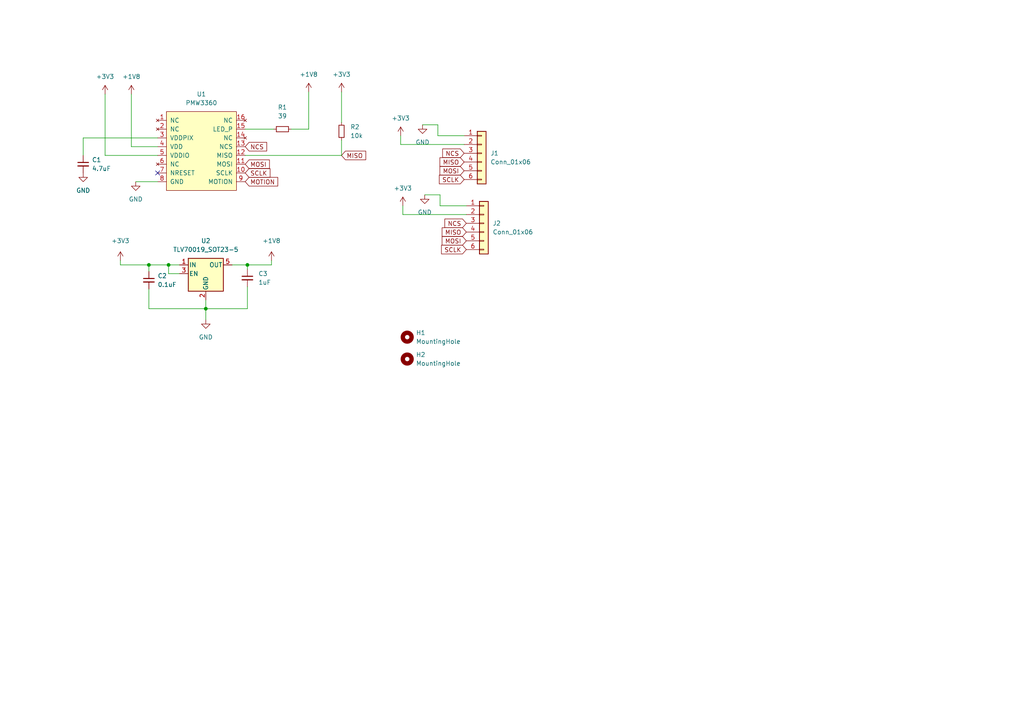
<source format=kicad_sch>
(kicad_sch (version 20211123) (generator eeschema)
  (paper "A4")
  (lib_symbols
    (symbol "Connector_Generic:Conn_01x06" (pin_names (offset 1.016) hide)
      (property "Reference" "J" (at 0 7.62 0))
      (property "Value" "Conn_01x06" (at 0 -10.16 0))
      (symbol "Conn_01x06_1_1"
        (rectangle (start -1.27 -7.493) (end 0 -7.747) (stroke (width 0.1524)))
        (rectangle (start -1.27 -4.953) (end 0 -5.207) (stroke (width 0.1524)))
        (rectangle (start -1.27 -2.413) (end 0 -2.667) (stroke (width 0.1524)))
        (rectangle (start -1.27 0.127) (end 0 -0.127) (stroke (width 0.1524)))
        (rectangle (start -1.27 2.667) (end 0 2.413) (stroke (width 0.1524)))
        (rectangle (start -1.27 5.207) (end 0 4.953) (stroke (width 0.1524)))
        (rectangle (start -1.27 6.35) (end 1.27 -8.89) (stroke (width 0.254)) (fill (type background)))
        (pin passive line (at -5.08 5.08 0) (length 3.81) (name "Pin_1") (number "1"))
        (pin passive line (at -5.08 2.54 0) (length 3.81) (name "Pin_2") (number "2"))
        (pin passive line (at -5.08 0 0) (length 3.81) (name "Pin_3") (number "3"))
        (pin passive line (at -5.08 -2.54 0) (length 3.81) (name "Pin_4") (number "4"))
        (pin passive line (at -5.08 -5.08 0) (length 3.81) (name "Pin_5") (number "5"))
        (pin passive line (at -5.08 -7.62 0) (length 3.81) (name "Pin_6") (number "6"))
      )
    )
    (symbol "Device:C_Small" (pin_numbers hide) (pin_names (offset 0.254) hide)
      (property "Reference" "C" (at 0.254 1.778 0))
      (property "Value" "C_Small" (at 0.254 -2.032 0))
      (symbol "C_Small_0_1"
        (polyline (pts (xy -1.524 -0.508) (xy 1.524 -0.508)) (stroke (width 0.3302)))
        (polyline (pts (xy -1.524 0.508) (xy 1.524 0.508)) (stroke (width 0.3048)))
      )
      (symbol "C_Small_1_1"
        (pin passive line (at 0 2.54 270) (length 2.032) (name "~") (number "1"))
        (pin passive line (at 0 -2.54 90) (length 2.032) (name "~") (number "2"))
      )
    )
    (symbol "Device:R_Small" (pin_numbers hide) (pin_names (offset 0.254) hide)
      (property "Reference" "R" (at 0.762 0.508 0))
      (property "Value" "R_Small" (at 0.762 -1.016 0))
      (symbol "R_Small_0_1"
        (rectangle (start -0.762 1.778) (end 0.762 -1.778) (stroke (width 0.2032)))
      )
      (symbol "R_Small_1_1"
        (pin passive line (at 0 2.54 270) (length 0.762) (name "~") (number "1"))
        (pin passive line (at 0 -2.54 90) (length 0.762) (name "~") (number "2"))
      )
    )
    (symbol "Mechanical:MountingHole" (pin_names (offset 1.016))
      (property "Reference" "H" (at 0 5.08 0))
      (property "Value" "MountingHole" (at 0 3.175 0))
      (symbol "MountingHole_0_1"
        (circle (center 0 0) (radius 1.27) (stroke (width 1.27)))
      )
    )
    (symbol "PMW3360:PMW3360" (pin_names (offset 1.016))
      (property "Reference" "U" (at -10.16 15.24 0))
      (property "Value" "PMW3360" (at 10.16 -12.7 0))
      (symbol "PMW3360_0_0"
        (pin no_connect line (at -12.7 10.16 0) (length 2.54) (name "NC") (number "1"))
        (pin unspecified line (at 12.7 -5.08 180) (length 2.54) (name "SCLK") (number "10"))
        (pin unspecified line (at 12.7 -2.54 180) (length 2.54) (name "MOSI") (number "11"))
        (pin unspecified line (at 12.7 0 180) (length 2.54) (name "MISO") (number "12"))
        (pin unspecified line (at 12.7 2.54 180) (length 2.54) (name "NCS") (number "13"))
        (pin no_connect line (at 12.7 5.08 180) (length 2.54) (name "NC") (number "14"))
        (pin unspecified line (at 12.7 7.62 180) (length 2.54) (name "LED_P") (number "15"))
        (pin no_connect line (at 12.7 10.16 180) (length 2.54) (name "NC") (number "16"))
        (pin no_connect line (at -12.7 7.62 0) (length 2.54) (name "NC") (number "2"))
        (pin unspecified line (at -12.7 5.08 0) (length 2.54) (name "VDDPIX") (number "3"))
        (pin unspecified line (at -12.7 2.54 0) (length 2.54) (name "VDD") (number "4"))
        (pin unspecified line (at -12.7 0 0) (length 2.54) (name "VDDIO") (number "5"))
        (pin no_connect line (at -12.7 -2.54 0) (length 2.54) (name "NC") (number "6"))
        (pin unspecified line (at -12.7 -5.08 0) (length 2.54) (name "NRESET") (number "7"))
        (pin unspecified line (at -12.7 -7.62 0) (length 2.54) (name "GND") (number "8"))
        (pin unspecified line (at 12.7 -7.62 180) (length 2.54) (name "MOTION") (number "9"))
      )
      (symbol "PMW3360_0_1"
        (rectangle (start -10.16 12.7) (end 10.16 -10.16) (fill (type background)))
      )
    )
    (symbol "Regulator_Linear:TLV70019_SOT23-5" (pin_names (offset 0.254))
      (property "Reference" "U" (at -3.81 5.715 0))
      (property "Value" "TLV70019_SOT23-5" (at 0 5.715 0))
      (symbol "TLV70019_SOT23-5_0_1"
        (rectangle (start -5.08 4.445) (end 5.08 -5.08) (stroke (width 0.254)) (fill (type background)))
      )
      (symbol "TLV70019_SOT23-5_1_1"
        (pin power_in line (at -7.62 2.54 0) (length 2.54) (name "IN") (number "1"))
        (pin power_in line (at 0 -7.62 90) (length 2.54) (name "GND") (number "2"))
        (pin input line (at -7.62 0 0) (length 2.54) (name "EN") (number "3"))
        (pin no_connect line (at 5.08 0 180) (length 2.54) hide (name "NC") (number "4"))
        (pin power_out line (at 7.62 2.54 180) (length 2.54) (name "OUT") (number "5"))
      )
    )
    (symbol "power:+1V8" (power) (pin_names (offset 0))
      (property "Value" "+1V8" (at 0 3.556 0))
      (symbol "+1V8_0_1"
        (polyline (pts (xy -0.762 1.27) (xy 0 2.54)))
        (polyline (pts (xy 0 0) (xy 0 2.54)))
        (polyline (pts (xy 0 2.54) (xy 0.762 1.27)))
      )
      (symbol "+1V8_1_1"
        (pin power_in line (at 0 0 90) (length 0) hide (name "+1V8") (number "1"))
      )
    )
    (symbol "power:+3V3" (power) (pin_names (offset 0))
      (property "Value" "+3V3" (at 0 3.556 0))
      (symbol "+3V3_0_1"
        (polyline (pts (xy -0.762 1.27) (xy 0 2.54)))
        (polyline (pts (xy 0 0) (xy 0 2.54)))
        (polyline (pts (xy 0 2.54) (xy 0.762 1.27)))
      )
      (symbol "+3V3_1_1"
        (pin power_in line (at 0 0 90) (length 0) hide (name "+3V3") (number "1"))
      )
    )
    (symbol "power:GND" (power) (pin_names (offset 0))
      (property "Value" "GND" (at 0 -3.81 0))
      (symbol "GND_0_1"
        (polyline (pts (xy 0 0) (xy 0 -1.27) (xy 1.27 -1.27) (xy 0 -2.54) (xy -1.27 -1.27) (xy 0 -1.27)))
      )
      (symbol "GND_1_1"
        (pin power_in line (at 0 0 270) (length 0) hide (name "GND") (number "1"))
      )
    )
  )
  (junction (at 48.895 76.835))
  (junction (at 59.69 89.535))
  (junction (at 71.755 76.835))
  (junction (at 43.18 76.835))
  (no_connect (at 45.72 50.165))
  (wire (pts (xy 127.635 59.69) (xy 127.635 56.515)))
  (wire (pts (xy 99.06 26.67) (xy 99.06 35.56)))
  (wire (pts (xy 39.37 52.705) (xy 45.72 52.705)))
  (wire (pts (xy 43.18 83.82) (xy 43.18 89.535)))
  (wire (pts (xy 59.69 89.535) (xy 59.69 92.71)))
  (wire (pts (xy 127 36.195) (xy 122.555 36.195)))
  (wire (pts (xy 67.31 76.835) (xy 71.755 76.835)))
  (wire (pts (xy 134.62 39.37) (xy 127 39.37)))
  (wire (pts (xy 71.755 83.185) (xy 71.755 89.535)))
  (wire (pts (xy 71.755 89.535) (xy 59.69 89.535)))
  (wire (pts (xy 71.12 37.465) (xy 79.375 37.465)))
  (wire (pts (xy 71.12 45.085) (xy 99.06 45.085)))
  (wire (pts (xy 71.755 76.835) (xy 71.755 78.105)))
  (wire (pts (xy 99.06 40.64) (xy 99.06 45.085)))
  (wire (pts (xy 89.535 37.465) (xy 84.455 37.465)))
  (wire (pts (xy 52.07 79.375) (xy 48.895 79.375)))
  (wire (pts (xy 38.1 42.545) (xy 45.72 42.545)))
  (wire (pts (xy 116.84 59.69) (xy 116.84 62.23)))
  (wire (pts (xy 24.13 40.005) (xy 24.13 45.085)))
  (wire (pts (xy 30.48 27.305) (xy 30.48 45.085)))
  (wire (pts (xy 43.18 89.535) (xy 59.69 89.535)))
  (wire (pts (xy 89.535 26.67) (xy 89.535 37.465)))
  (wire (pts (xy 127 39.37) (xy 127 36.195)))
  (wire (pts (xy 71.755 76.835) (xy 78.74 76.835)))
  (wire (pts (xy 43.18 76.835) (xy 43.18 78.74)))
  (wire (pts (xy 45.72 40.005) (xy 24.13 40.005)))
  (wire (pts (xy 116.84 62.23) (xy 135.255 62.23)))
  (wire (pts (xy 30.48 45.085) (xy 45.72 45.085)))
  (wire (pts (xy 52.07 76.835) (xy 48.895 76.835)))
  (wire (pts (xy 48.895 76.835) (xy 43.18 76.835)))
  (wire (pts (xy 38.1 27.305) (xy 38.1 42.545)))
  (wire (pts (xy 48.895 79.375) (xy 48.895 76.835)))
  (wire (pts (xy 78.74 75.565) (xy 78.74 76.835)))
  (wire (pts (xy 59.69 86.995) (xy 59.69 89.535)))
  (wire (pts (xy 127.635 56.515) (xy 123.19 56.515)))
  (wire (pts (xy 135.255 59.69) (xy 127.635 59.69)))
  (wire (pts (xy 116.205 39.37) (xy 116.205 41.91)))
  (wire (pts (xy 43.18 76.835) (xy 34.925 76.835)))
  (wire (pts (xy 116.205 41.91) (xy 134.62 41.91)))
  (wire (pts (xy 34.925 76.835) (xy 34.925 75.565)))
  (global_label "MOSI" (shape input) (at 71.12 47.625 0) (property "Intersheet References" "${INTERSHEET_REFS}" (effects hide)))
  (global_label "SCLK" (shape input) (at 135.255 72.39 180) (property "Intersheet References" "${INTERSHEET_REFS}" (effects hide)))
  (global_label "MOTION" (shape input) (at 71.12 52.705 0) (property "Intersheet References" "${INTERSHEET_REFS}" (effects hide)))
  (global_label "NCS" (shape input) (at 134.62 44.45 180) (property "Intersheet References" "${INTERSHEET_REFS}" (effects hide)))
  (global_label "SCLK" (shape input) (at 134.62 52.07 180) (property "Intersheet References" "${INTERSHEET_REFS}" (effects hide)))
  (global_label "MISO" (shape input) (at 134.62 46.99 180) (property "Intersheet References" "${INTERSHEET_REFS}" (effects hide)))
  (global_label "NCS" (shape input) (at 135.255 64.77 180) (property "Intersheet References" "${INTERSHEET_REFS}" (effects hide)))
  (global_label "MISO" (shape input) (at 99.06 45.085 0) (property "Intersheet References" "${INTERSHEET_REFS}" (effects hide)))
  (global_label "SCLK" (shape input) (at 71.12 50.165 0) (property "Intersheet References" "${INTERSHEET_REFS}" (effects hide)))
  (global_label "MOSI" (shape input) (at 135.255 69.85 180) (property "Intersheet References" "${INTERSHEET_REFS}" (effects hide)))
  (global_label "MOSI" (shape input) (at 134.62 49.53 180) (property "Intersheet References" "${INTERSHEET_REFS}" (effects hide)))
  (global_label "MISO" (shape input) (at 135.255 67.31 180) (property "Intersheet References" "${INTERSHEET_REFS}" (effects hide)))
  (global_label "NCS" (shape input) (at 71.12 42.545 0) (property "Intersheet References" "${INTERSHEET_REFS}" (effects hide)))
  (symbol (lib_id "power:+3V3") (at 30.48 27.305 0) (unit 1)
    (property "Reference" "#PWR0107" (effects hide))
    (property "Value" "+3V3" (at 30.48 22.225 0))
  )
  (symbol (lib_id "PMW3360:PMW3360") (at 58.42 45.085 0) (unit 1)
    (property "Reference" "U1" (at 58.42 27.305 0))
    (property "Value" "PMW3360" (at 58.42 29.845 0))
    (property "Footprint" "PMW3360:PMW3360" (effects hide))
  )
  (symbol (lib_id "Connector_Generic:Conn_01x06") (at 140.335 64.77 0) (unit 1)
    (property "Reference" "J2" (at 142.875 64.7699 0) (effects (justify left)))
    (property "Value" "Conn_01x06" (at 142.875 67.3099 0) (effects (justify left)))
    (property "Footprint" "Connector_PinHeader_2.54mm:PinHeader_1x06_P2.54mm_Vertical" (effects hide))
  )
  (symbol (lib_id "power:+3V3") (at 34.925 75.565 0) (unit 1)
    (property "Reference" "#PWR0110" (effects hide))
    (property "Value" "+3V3" (at 34.925 69.85 0))
  )
  (symbol (lib_id "power:+1V8") (at 89.535 26.67 0) (unit 1)
    (property "Reference" "#PWR0101" (effects hide))
    (property "Value" "+1V8" (at 89.535 21.59 0))
  )
  (symbol (lib_id "power:+1V8") (at 78.74 75.565 0) (unit 1)
    (property "Reference" "#PWR0103" (effects hide))
    (property "Value" "+1V8" (at 78.74 69.85 0))
  )
  (symbol (lib_id "Connector_Generic:Conn_01x06") (at 139.7 44.45 0) (unit 1)
    (property "Reference" "J1" (at 142.24 44.4499 0) (effects (justify left)))
    (property "Value" "Conn_01x06" (at 142.24 46.9899 0) (effects (justify left)))
    (property "Footprint" "Connector_JST:JST_SH_SM06B-SRSS-TB_1x06-1MP_P1.00mm_Horizontal" (effects hide))
  )
  (symbol (lib_id "Regulator_Linear:TLV70019_SOT23-5") (at 59.69 79.375 0) (unit 1)
    (property "Reference" "U2" (at 59.69 69.85 0))
    (property "Value" "TLV70019_SOT23-5" (at 59.69 72.39 0))
    (property "Footprint" "Package_TO_SOT_SMD:SOT-23-5" (effects hide))
    (property "Datasheet" "http://www.ti.com/lit/ds/symlink/tlv700.pdf" (effects hide))
    (property "LCSC" "C146366" (effects hide))
  )
  (symbol (lib_id "Device:C_Small") (at 43.18 81.28 0) (unit 1)
    (property "Reference" "C2" (at 45.72 80.0162 0) (effects (justify left)))
    (property "Value" "0.1uF" (at 45.72 82.5562 0) (effects (justify left)))
    (property "Footprint" "Capacitor_SMD:C_0603_1608Metric_Pad1.08x0.95mm_HandSolder" (effects hide))
    (property "LCSC" "C14663" (effects hide))
  )
  (symbol (lib_id "Device:C_Small") (at 24.13 47.625 0) (unit 1)
    (property "Reference" "C1" (at 26.67 46.3612 0) (effects (justify left)))
    (property "Value" "4.7uF" (at 26.67 48.9012 0) (effects (justify left)))
    (property "Footprint" "Capacitor_SMD:C_0603_1608Metric_Pad1.08x0.95mm_HandSolder" (effects hide))
    (property "LCSC" "C19666" (effects hide))
  )
  (symbol (lib_id "power:GND") (at 24.13 50.165 0) (unit 1)
    (property "Reference" "#PWR0108" (effects hide))
    (property "Value" "GND" (at 24.13 55.245 0))
  )
  (symbol (lib_id "Device:C_Small") (at 71.755 80.645 0) (unit 1)
    (property "Reference" "C3" (at 74.93 79.3812 0) (effects (justify left)))
    (property "Value" "1uF" (at 74.93 81.9212 0) (effects (justify left)))
    (property "Footprint" "Capacitor_SMD:C_0603_1608Metric_Pad1.08x0.95mm_HandSolder" (effects hide))
    (property "LCSC" "C15849" (effects hide))
  )
  (symbol (lib_id "Mechanical:MountingHole") (at 118.11 104.14 0) (unit 1)
    (property "Reference" "H2" (at 120.65 102.8699 0) (effects (justify left)))
    (property "Value" "MountingHole" (at 120.65 105.4099 0) (effects (justify left)))
    (property "Footprint" "MountingHole:MountingHole_2.2mm_M2_DIN965_Pad" (effects hide))
  )
  (symbol (lib_id "Device:R_Small") (at 81.915 37.465 90) (unit 1)
    (property "Reference" "R1" (at 81.915 31.115 90))
    (property "Value" "39" (at 81.915 33.655 90))
    (property "Footprint" "Resistor_SMD:R_0603_1608Metric_Pad0.98x0.95mm_HandSolder" (effects hide))
    (property "LCSC" "C365424" (effects hide))
  )
  (symbol (lib_id "power:GND") (at 39.37 52.705 0) (unit 1)
    (property "Reference" "#PWR0109" (effects hide))
    (property "Value" "GND" (at 39.37 57.785 0))
  )
  (symbol (lib_id "power:GND") (at 123.19 56.515 0) (unit 1)
    (property "Reference" "#PWR0113" (effects hide))
    (property "Value" "GND" (at 123.19 61.595 0))
  )
  (symbol (lib_id "power:GND") (at 59.69 92.71 0) (unit 1)
    (property "Reference" "#PWR0111" (effects hide))
    (property "Value" "GND" (at 59.69 97.79 0))
  )
  (symbol (lib_id "power:GND") (at 122.555 36.195 0) (unit 1)
    (property "Reference" "#PWR0104" (effects hide))
    (property "Value" "GND" (at 122.555 41.275 0))
  )
  (symbol (lib_id "power:+3V3") (at 116.205 39.37 0) (unit 1)
    (property "Reference" "#PWR0105" (effects hide))
    (property "Value" "+3V3" (at 116.205 34.29 0))
  )
  (symbol (lib_id "Mechanical:MountingHole") (at 118.11 97.79 0) (unit 1)
    (property "Reference" "H1" (at 120.65 96.5199 0) (effects (justify left)))
    (property "Value" "MountingHole" (at 120.65 99.0599 0) (effects (justify left)))
    (property "Footprint" "MountingHole:MountingHole_2.2mm_M2_DIN965_Pad" (effects hide))
  )
  (symbol (lib_id "power:+3V3") (at 99.06 26.67 0) (unit 1)
    (property "Reference" "#PWR0102" (effects hide))
    (property "Value" "+3V3" (at 99.06 21.59 0))
  )
  (symbol (lib_id "power:+3V3") (at 116.84 59.69 0) (unit 1)
    (property "Reference" "#PWR0112" (effects hide))
    (property "Value" "+3V3" (at 116.84 54.61 0))
  )
  (symbol (lib_id "Device:R_Small") (at 99.06 38.1 180) (unit 1)
    (property "Reference" "R2" (at 101.6 36.8299 0) (effects (justify right)))
    (property "Value" "10k" (at 101.6 39.3699 0) (effects (justify right)))
    (property "Footprint" "Resistor_SMD:R_0603_1608Metric_Pad0.98x0.95mm_HandSolder" (effects hide))
    (property "LCSC" "C25804" (effects hide))
  )
  (symbol (lib_id "power:+1V8") (at 38.1 27.305 0) (unit 1)
    (property "Reference" "#PWR0106" (effects hide))
    (property "Value" "+1V8" (at 38.1 22.225 0))
  )
)
</source>
